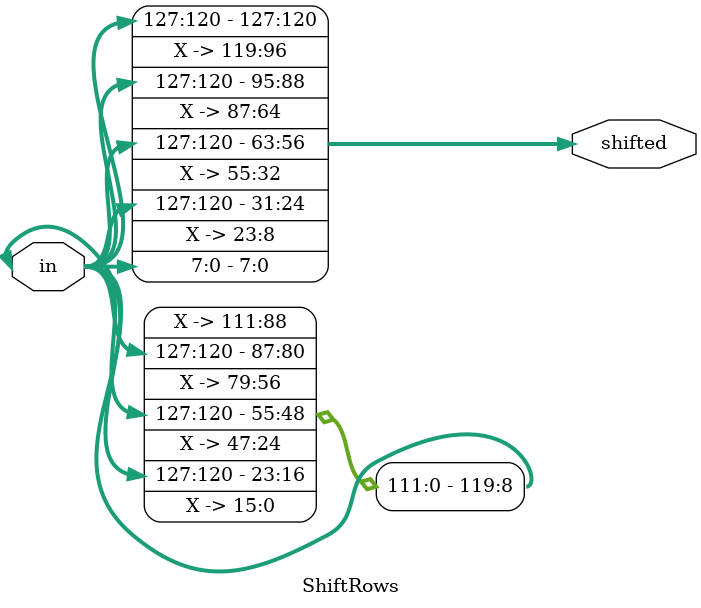
<source format=v>
module ShiftRows (
  input [127:0] in,
  output [127:0] shifted
);

  // First row (r = 0) is not shifted
  assign shifted[0+:32] = in[0+:32];
  assign shifted[32+:32] = in[32+:32];
  assign shifted[64+:32] = in[64+:32];
  assign shifted[96+:32] = in[96+:32];
  
  // Second row (r = 1) is cyclically left shifted by 1 offset
  assign shifted[8+:32] = in[40+:32];
  assign shifted[40+:32] = in[72+:32];
  assign shifted[72+:32] = in[104+:32];
  assign shifted[104+:32] = in[8+:32];
  
  // Third row (r = 2) is cyclically left shifted by 2 offsets
  assign shifted[16+:32] = in[80+:32];
  assign shifted[48+:32] = in[112+:32];
  assign shifted[80+:32] = in[16+:32];
  assign shifted[112+:32] = in[48+:32];
  
  // Fourth row (r = 3) is cyclically left shifted by 3 offsets
  assign shifted[24+:32] = in[120+:32];
  assign shifted[56+:32] = in[24+:32];
  assign shifted[88+:32] = in[56+:32];
  assign shifted[120+:32] = in[88+:32];
endmodule

</source>
